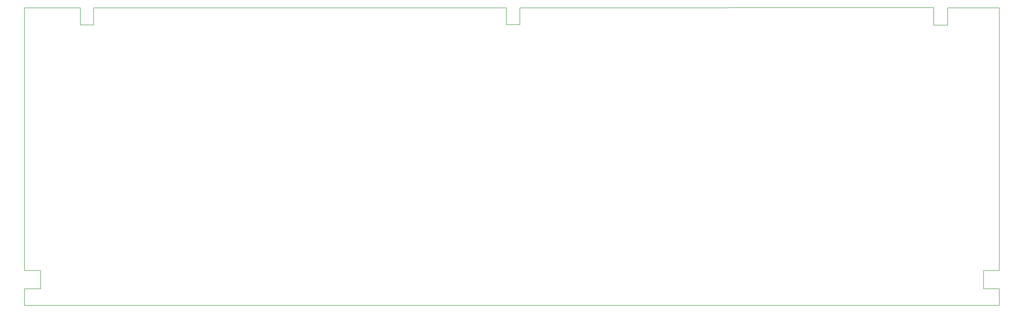
<source format=gbr>
G04 #@! TF.GenerationSoftware,KiCad,Pcbnew,(5.0.2-5)-5*
G04 #@! TF.CreationDate,2019-10-07T20:46:21+02:00*
G04 #@! TF.ProjectId,FPGAtom,46504741-746f-46d2-9e6b-696361645f70,1.3*
G04 #@! TF.SameCoordinates,Original*
G04 #@! TF.FileFunction,Profile,NP*
%FSLAX46Y46*%
G04 Gerber Fmt 4.6, Leading zero omitted, Abs format (unit mm)*
G04 Created by KiCad (PCBNEW (5.0.2-5)-5) date Monday, 07 October 2019 at 20:46:21*
%MOMM*%
%LPD*%
G01*
G04 APERTURE LIST*
%ADD10C,0.150000*%
G04 APERTURE END LIST*
D10*
X31242000Y-186817000D02*
X31242000Y-193040000D01*
X37274500Y-186817000D02*
X37274500Y-179959000D01*
X31242000Y-186817000D02*
X37274500Y-186817000D01*
X37274500Y-179959000D02*
X31242000Y-179959000D01*
X398780000Y-186817000D02*
X398780000Y-193040000D01*
X392811000Y-186817000D02*
X398780000Y-186817000D01*
X392811000Y-179959000D02*
X392811000Y-186817000D01*
X398780000Y-179959000D02*
X392811000Y-179959000D01*
X31242000Y-80772000D02*
X31242000Y-179959000D01*
X52260500Y-80772000D02*
X31242000Y-80772000D01*
X212915500Y-80772000D02*
X57277000Y-80772000D01*
X374015000Y-80708500D02*
X217995500Y-80772000D01*
X398780000Y-80772000D02*
X379285500Y-80772000D01*
X374015000Y-80772000D02*
X374015000Y-87312500D01*
X374015000Y-87312500D02*
X379285500Y-87312500D01*
X379285500Y-87312500D02*
X379285500Y-80772000D01*
X217995500Y-87122000D02*
X217995500Y-80772000D01*
X212979000Y-87122000D02*
X217932000Y-87122000D01*
X212915500Y-80772000D02*
X212915500Y-87122000D01*
X57277000Y-87185500D02*
X57277000Y-80772000D01*
X52260500Y-87185500D02*
X57277000Y-87185500D01*
X52260500Y-80772000D02*
X52260500Y-87185500D01*
X398780000Y-179959000D02*
X398780000Y-80772000D01*
X31242000Y-193040000D02*
X398780000Y-193040000D01*
M02*

</source>
